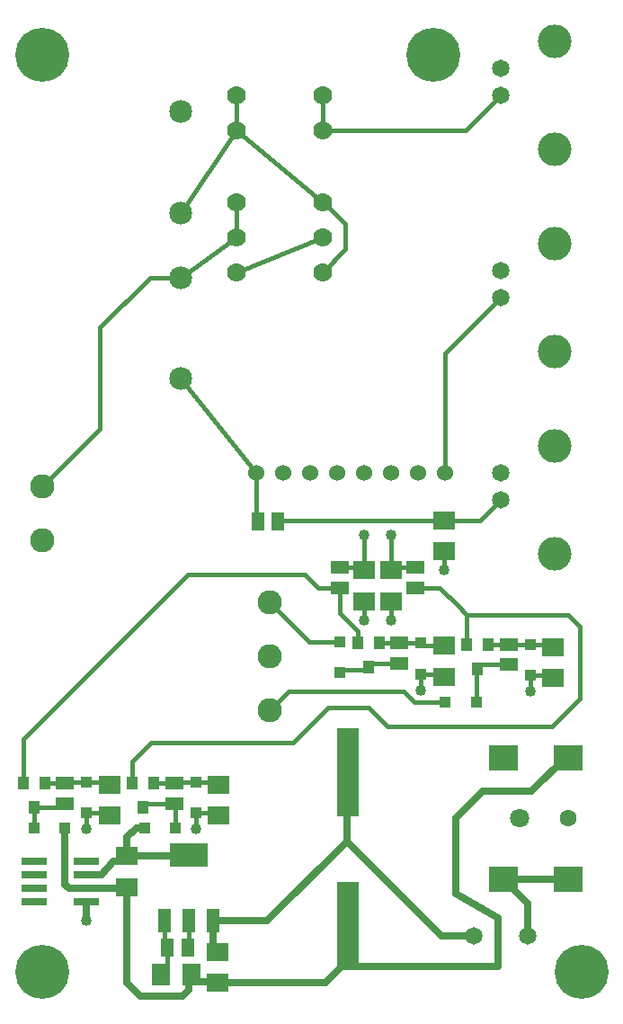
<source format=gbr>
G04 #@! TF.FileFunction,Copper,L1,Top,Signal*
%FSLAX46Y46*%
G04 Gerber Fmt 4.6, Leading zero omitted, Abs format (unit mm)*
G04 Created by KiCad (PCBNEW (after 2015-mar-04 BZR unknown)-product) date 11/24/2015 7:31:04 AM*
%MOMM*%
G01*
G04 APERTURE LIST*
%ADD10C,0.152400*%
%ADD11C,5.080000*%
%ADD12C,2.159000*%
%ADD13R,1.143000X1.651000*%
%ADD14R,2.032000X1.651000*%
%ADD15R,2.032000X8.382000*%
%ADD16R,1.016000X1.016000*%
%ADD17C,2.286000*%
%ADD18C,3.175000*%
%ADD19C,1.651000*%
%ADD20C,1.803400*%
%ADD21R,2.794000X2.413000*%
%ADD22C,1.600200*%
%ADD23R,1.016000X1.270000*%
%ADD24C,1.778000*%
%ADD25R,1.651000X1.143000*%
%ADD26C,1.524000*%
%ADD27R,1.193800X2.209800*%
%ADD28R,3.606800X2.209800*%
%ADD29R,1.651000X2.032000*%
%ADD30R,2.387600X0.787400*%
%ADD31C,1.016000*%
%ADD32C,0.381000*%
%ADD33C,0.635000*%
G04 APERTURE END LIST*
D10*
D11*
X66040000Y-29210000D03*
X29210000Y-29210000D03*
X80010000Y-115570000D03*
D12*
X42291000Y-50165000D03*
X42291000Y-59690000D03*
D13*
X49530000Y-73152000D03*
X51435000Y-73152000D03*
D14*
X35560000Y-100838000D03*
X35560000Y-97917000D03*
X45847000Y-100838000D03*
X45847000Y-97917000D03*
X59563000Y-80645000D03*
X59563000Y-77724000D03*
X62103000Y-80645000D03*
X62103000Y-77724000D03*
D15*
X58039000Y-111252000D03*
X58039000Y-96774000D03*
D14*
X45720000Y-116586000D03*
X45720000Y-113665000D03*
X37211000Y-107569000D03*
X37211000Y-104648000D03*
D12*
X42291000Y-34544000D03*
X42291000Y-44069000D03*
D14*
X77343000Y-87884000D03*
X77343000Y-84963000D03*
X67056000Y-87757000D03*
X67056000Y-84836000D03*
D16*
X33401000Y-97663000D03*
X33401000Y-100584000D03*
X43688000Y-100584000D03*
X43688000Y-97663000D03*
X38862000Y-101981000D03*
X41783000Y-101981000D03*
X28448000Y-101981000D03*
X31369000Y-101981000D03*
X75184000Y-87630000D03*
X75184000Y-84709000D03*
X67183000Y-90170000D03*
X70104000Y-90170000D03*
X64897000Y-84582000D03*
X64897000Y-87503000D03*
X57277000Y-87376000D03*
X57277000Y-84455000D03*
D17*
X50673000Y-80772000D03*
X50673000Y-85852000D03*
X50673000Y-90932000D03*
D18*
X77470000Y-57150000D03*
D19*
X72390000Y-52070000D03*
X72390000Y-49530000D03*
D18*
X77470000Y-46990000D03*
D17*
X29210000Y-69850000D03*
D18*
X77470000Y-76200000D03*
D19*
X72390000Y-71120000D03*
X72390000Y-68580000D03*
D18*
X77470000Y-66040000D03*
X77470000Y-38100000D03*
D19*
X72390000Y-33020000D03*
X72390000Y-30480000D03*
D18*
X77470000Y-27940000D03*
D20*
X74244200Y-101092000D03*
D21*
X78740000Y-106807000D03*
X72644000Y-106807000D03*
X78740000Y-95377000D03*
X72644000Y-95377000D03*
D22*
X78740000Y-101092000D03*
D17*
X29210000Y-74930000D03*
D23*
X37719000Y-97790000D03*
X39751000Y-97790000D03*
X38735000Y-100076000D03*
X27432000Y-97790000D03*
X29464000Y-97790000D03*
X28448000Y-100076000D03*
X69215000Y-84709000D03*
X71247000Y-84709000D03*
X70231000Y-86995000D03*
X58928000Y-84582000D03*
X60960000Y-84582000D03*
X59944000Y-86868000D03*
D24*
X47498000Y-36322000D03*
X55626000Y-36322000D03*
X55626000Y-43053000D03*
X47498000Y-43053000D03*
D14*
X67056000Y-73025000D03*
X67056000Y-75946000D03*
D24*
X55626000Y-46355000D03*
X47498000Y-46355000D03*
D25*
X31369000Y-99695000D03*
X31369000Y-97790000D03*
X41656000Y-99695000D03*
X41656000Y-97790000D03*
X57277000Y-77470000D03*
X57277000Y-79375000D03*
X64389000Y-77470000D03*
X64389000Y-79375000D03*
D13*
X42926000Y-113284000D03*
X41021000Y-113284000D03*
D25*
X73152000Y-86614000D03*
X73152000Y-84709000D03*
X62865000Y-86487000D03*
X62865000Y-84582000D03*
D24*
X55626000Y-49657000D03*
X47498000Y-49657000D03*
X47498000Y-33020000D03*
X55626000Y-33020000D03*
D19*
X69850000Y-112141000D03*
X74930000Y-112141000D03*
D26*
X49403000Y-68580000D03*
X51943000Y-68580000D03*
X54483000Y-68580000D03*
X57023000Y-68580000D03*
X59563000Y-68580000D03*
X62103000Y-68580000D03*
X64643000Y-68580000D03*
X67183000Y-68580000D03*
D27*
X40767000Y-110744000D03*
X43053000Y-110744000D03*
X45339000Y-110744000D03*
D28*
X43053000Y-104521000D03*
D29*
X40386000Y-115824000D03*
X43307000Y-115824000D03*
D11*
X29210000Y-115570000D03*
D30*
X33401000Y-108966000D03*
X33401000Y-107696000D03*
X33401000Y-106426000D03*
X33401000Y-105156000D03*
X28448000Y-105156000D03*
X28448000Y-106426000D03*
X28448000Y-107696000D03*
X28448000Y-108966000D03*
D31*
X64897000Y-89027000D03*
X75184000Y-89154000D03*
X33401000Y-110744000D03*
X43688000Y-102108000D03*
X33401000Y-102108000D03*
X67056000Y-77724000D03*
X59563000Y-82423000D03*
X62103000Y-82423000D03*
X59563000Y-74422000D03*
X62103000Y-74422000D03*
D32*
X34671000Y-54864000D02*
X39370000Y-50165000D01*
X39370000Y-50165000D02*
X42291000Y-50165000D01*
X34671000Y-64389000D02*
X34671000Y-54864000D01*
X29210000Y-69850000D02*
X34671000Y-64389000D01*
X29210000Y-69850000D02*
X29210000Y-69850000D01*
X47498000Y-43053000D02*
X47498000Y-46355000D01*
X47498000Y-46355000D02*
X42291000Y-50165000D01*
X49403000Y-73025000D02*
X49530000Y-73152000D01*
X49403000Y-68580000D02*
X49403000Y-73025000D01*
X42291000Y-59690000D02*
X49403000Y-68580000D01*
X70485000Y-73025000D02*
X72390000Y-71120000D01*
X67056000Y-73025000D02*
X70485000Y-73025000D01*
X51562000Y-73025000D02*
X51435000Y-73152000D01*
X67056000Y-73025000D02*
X51562000Y-73025000D01*
X64897000Y-87503000D02*
X64897000Y-89027000D01*
X75184000Y-87630000D02*
X75184000Y-89154000D01*
X75184000Y-87630000D02*
X77216000Y-87630000D01*
X77216000Y-87630000D02*
X77343000Y-87757000D01*
X77343000Y-87757000D02*
X77343000Y-87884000D01*
X64897000Y-87503000D02*
X66421000Y-87503000D01*
X66421000Y-87503000D02*
X67056000Y-87757000D01*
D33*
X33401000Y-108966000D02*
X33401000Y-110744000D01*
D32*
X43688000Y-100584000D02*
X43688000Y-102108000D01*
X43688000Y-100584000D02*
X45212000Y-100584000D01*
X45212000Y-100584000D02*
X45466000Y-100838000D01*
X45466000Y-100838000D02*
X45847000Y-100838000D01*
X33401000Y-100584000D02*
X33401000Y-102108000D01*
X33401000Y-100584000D02*
X35052000Y-100584000D01*
X35052000Y-100584000D02*
X35560000Y-100838000D01*
X67056000Y-75946000D02*
X67056000Y-77724000D01*
X59563000Y-80645000D02*
X59563000Y-82423000D01*
X62103000Y-80645000D02*
X62103000Y-82423000D01*
X33401000Y-97663000D02*
X35179000Y-97663000D01*
X35179000Y-97663000D02*
X35433000Y-97917000D01*
X35433000Y-97917000D02*
X35560000Y-97917000D01*
X33401000Y-97663000D02*
X31750000Y-97663000D01*
X31750000Y-97663000D02*
X31369000Y-97790000D01*
X29464000Y-97790000D02*
X30988000Y-97790000D01*
X30988000Y-97790000D02*
X31115000Y-97917000D01*
X31115000Y-97917000D02*
X31369000Y-97790000D01*
X43688000Y-97663000D02*
X45339000Y-97663000D01*
X45339000Y-97663000D02*
X45466000Y-97790000D01*
X45466000Y-97790000D02*
X45847000Y-97917000D01*
X43688000Y-97663000D02*
X41783000Y-97663000D01*
X41783000Y-97663000D02*
X41656000Y-97790000D01*
X39751000Y-97790000D02*
X41148000Y-97790000D01*
X41148000Y-97790000D02*
X41275000Y-97917000D01*
X41275000Y-97917000D02*
X41656000Y-97790000D01*
X59309000Y-77470000D02*
X59563000Y-77724000D01*
X57277000Y-77470000D02*
X59309000Y-77470000D01*
X59563000Y-74422000D02*
X59563000Y-77724000D01*
X62103000Y-74422000D02*
X62103000Y-77724000D01*
X62357000Y-77470000D02*
X62103000Y-77724000D01*
X64389000Y-77470000D02*
X62357000Y-77470000D01*
D33*
X37211000Y-107569000D02*
X37211000Y-116586000D01*
X43053000Y-117221000D02*
X43053000Y-116332000D01*
X42418000Y-117856000D02*
X43053000Y-117221000D01*
X38481000Y-117856000D02*
X42418000Y-117856000D01*
X37211000Y-116586000D02*
X38481000Y-117856000D01*
D32*
X43053000Y-116332000D02*
X43307000Y-115824000D01*
D33*
X33401000Y-107696000D02*
X36449000Y-107696000D01*
D32*
X36449000Y-107696000D02*
X36576000Y-107569000D01*
X36576000Y-107569000D02*
X37211000Y-107569000D01*
D33*
X31369000Y-101981000D02*
X31369000Y-107315000D01*
X31750000Y-107696000D02*
X32385000Y-107696000D01*
X31369000Y-107315000D02*
X31750000Y-107696000D01*
D32*
X32385000Y-107696000D02*
X33401000Y-107696000D01*
D33*
X70739000Y-98552000D02*
X68199000Y-101092000D01*
X68199000Y-101092000D02*
X68199000Y-108204000D01*
X68199000Y-108204000D02*
X72136000Y-110490000D01*
X72136000Y-110490000D02*
X72136000Y-115062000D01*
X72136000Y-115062000D02*
X58801000Y-115062000D01*
D32*
X58801000Y-115062000D02*
X58039000Y-111252000D01*
D33*
X75311000Y-98552000D02*
X70739000Y-98552000D01*
X78486000Y-95377000D02*
X75311000Y-98552000D01*
D32*
X78740000Y-95377000D02*
X78486000Y-95377000D01*
D33*
X55880000Y-116586000D02*
X57277000Y-115189000D01*
D32*
X57277000Y-115189000D02*
X58039000Y-111252000D01*
D33*
X45720000Y-116459000D02*
X46482000Y-116586000D01*
X46482000Y-116586000D02*
X55880000Y-116586000D01*
D32*
X44069000Y-116459000D02*
X43307000Y-115824000D01*
D33*
X45720000Y-116459000D02*
X44069000Y-116459000D01*
D32*
X57912000Y-103251000D02*
X57912000Y-100838000D01*
D33*
X69850000Y-112141000D02*
X66802000Y-112141000D01*
X66802000Y-112141000D02*
X57912000Y-103251000D01*
D32*
X57912000Y-100838000D02*
X58039000Y-96774000D01*
D33*
X45339000Y-110744000D02*
X50419000Y-110744000D01*
X57912000Y-101219000D02*
X57912000Y-100076000D01*
X50419000Y-110744000D02*
X57912000Y-103251000D01*
X57912000Y-103251000D02*
X57912000Y-101219000D01*
D32*
X57912000Y-100076000D02*
X58039000Y-96774000D01*
X45339000Y-113284000D02*
X45720000Y-113665000D01*
D33*
X45339000Y-110744000D02*
X45339000Y-113284000D01*
X37211000Y-104648000D02*
X42037000Y-104648000D01*
D32*
X42037000Y-104648000D02*
X42164000Y-104521000D01*
X42164000Y-104521000D02*
X43053000Y-104521000D01*
D33*
X37211000Y-104648000D02*
X37211000Y-102870000D01*
X38100000Y-101981000D02*
X38481000Y-101981000D01*
X37211000Y-102870000D02*
X38100000Y-101981000D01*
X38481000Y-101981000D02*
X38862000Y-101981000D01*
X33401000Y-106426000D02*
X34798000Y-106426000D01*
X35941000Y-105156000D02*
X36703000Y-105156000D01*
X34798000Y-106426000D02*
X35941000Y-105156000D01*
D32*
X36703000Y-105156000D02*
X37211000Y-104648000D01*
X43053000Y-113157000D02*
X42926000Y-113284000D01*
X43053000Y-110744000D02*
X43053000Y-113157000D01*
X47498000Y-33020000D02*
X47498000Y-36322000D01*
X42291000Y-44069000D02*
X47498000Y-36322000D01*
X47498000Y-36322000D02*
X55626000Y-43053000D01*
X57785000Y-45085000D02*
X57785000Y-47498000D01*
X57785000Y-47498000D02*
X55626000Y-49657000D01*
X55753000Y-43053000D02*
X57785000Y-45085000D01*
X55626000Y-43053000D02*
X55753000Y-43053000D01*
X75184000Y-84709000D02*
X76962000Y-84709000D01*
X76962000Y-84709000D02*
X77343000Y-84963000D01*
X75184000Y-84709000D02*
X73152000Y-84709000D01*
X71247000Y-84709000D02*
X72771000Y-84709000D01*
X72771000Y-84709000D02*
X72898000Y-84836000D01*
X72898000Y-84836000D02*
X73152000Y-84709000D01*
X60960000Y-84582000D02*
X62865000Y-84582000D01*
X65151000Y-84836000D02*
X67056000Y-84836000D01*
X64897000Y-84582000D02*
X65151000Y-84836000D01*
X62865000Y-84582000D02*
X64897000Y-84582000D01*
X41783000Y-101981000D02*
X41783000Y-99949000D01*
X41783000Y-99949000D02*
X41656000Y-99695000D01*
X41656000Y-99695000D02*
X39116000Y-99695000D01*
X39116000Y-99695000D02*
X38862000Y-99949000D01*
X38862000Y-99949000D02*
X38735000Y-100076000D01*
X28448000Y-100076000D02*
X28448000Y-101854000D01*
X28448000Y-101854000D02*
X28448000Y-101981000D01*
X28448000Y-100076000D02*
X31369000Y-100076000D01*
X31369000Y-100076000D02*
X31369000Y-99695000D01*
X64262000Y-90170000D02*
X63246000Y-89154000D01*
X63246000Y-89154000D02*
X52451000Y-89154000D01*
X52451000Y-89154000D02*
X50673000Y-90932000D01*
X67183000Y-90170000D02*
X64262000Y-90170000D01*
X73152000Y-86614000D02*
X70358000Y-86614000D01*
X70358000Y-86614000D02*
X70231000Y-86741000D01*
X70231000Y-86741000D02*
X70231000Y-86995000D01*
X70231000Y-87249000D02*
X70231000Y-86995000D01*
X70104000Y-87376000D02*
X70231000Y-87249000D01*
X70104000Y-90170000D02*
X70104000Y-87376000D01*
X62865000Y-86487000D02*
X60198000Y-86487000D01*
X60198000Y-86487000D02*
X59944000Y-86741000D01*
X59944000Y-86741000D02*
X59944000Y-86868000D01*
X57658000Y-87122000D02*
X59563000Y-87122000D01*
X57277000Y-87376000D02*
X57658000Y-87122000D01*
X54356000Y-84455000D02*
X50673000Y-80772000D01*
X57277000Y-84455000D02*
X54356000Y-84455000D01*
X67183000Y-57277000D02*
X67183000Y-68580000D01*
X72390000Y-52070000D02*
X67183000Y-57277000D01*
X69088000Y-36322000D02*
X72390000Y-33020000D01*
X65659000Y-36322000D02*
X69088000Y-36322000D01*
X55626000Y-36322000D02*
X65659000Y-36322000D01*
X55626000Y-33020000D02*
X55626000Y-36322000D01*
D33*
X74930000Y-109093000D02*
X72644000Y-106807000D01*
X74930000Y-112141000D02*
X74930000Y-109093000D01*
X72644000Y-106807000D02*
X78740000Y-106807000D01*
D32*
X64389000Y-79375000D02*
X66675000Y-79375000D01*
X69215000Y-81915000D02*
X69215000Y-84709000D01*
X66675000Y-79375000D02*
X68326000Y-81026000D01*
X68326000Y-81026000D02*
X69215000Y-81915000D01*
X37719000Y-95758000D02*
X39497000Y-93980000D01*
X39497000Y-93980000D02*
X52832000Y-93980000D01*
X52832000Y-93980000D02*
X56134000Y-90678000D01*
X56134000Y-90678000D02*
X59944000Y-90678000D01*
X59944000Y-90678000D02*
X61722000Y-92456000D01*
X61722000Y-92456000D02*
X77216000Y-92456000D01*
X77216000Y-92456000D02*
X79883000Y-89789000D01*
X79883000Y-89789000D02*
X79883000Y-83058000D01*
X79883000Y-83058000D02*
X78740000Y-81915000D01*
X78740000Y-81915000D02*
X69215000Y-81915000D01*
X37719000Y-97790000D02*
X37719000Y-95758000D01*
X27432000Y-97790000D02*
X27432000Y-93599000D01*
X55245000Y-79375000D02*
X57277000Y-79375000D01*
X53975000Y-78105000D02*
X55245000Y-79375000D01*
X42926000Y-78105000D02*
X53975000Y-78105000D01*
X27432000Y-93599000D02*
X42926000Y-78105000D01*
X57277000Y-79375000D02*
X57277000Y-81788000D01*
X58928000Y-83439000D02*
X58928000Y-84328000D01*
X57277000Y-81788000D02*
X58928000Y-83439000D01*
X58928000Y-84328000D02*
X58928000Y-84582000D01*
X47498000Y-49657000D02*
X55626000Y-46355000D01*
X40767000Y-113030000D02*
X41021000Y-113284000D01*
X40767000Y-110744000D02*
X40767000Y-113030000D01*
X41021000Y-115189000D02*
X40386000Y-115824000D01*
X41021000Y-113284000D02*
X41021000Y-115189000D01*
M02*

</source>
